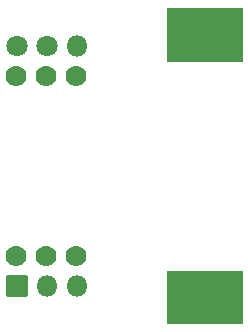
<source format=gts>
G04 #@! TF.GenerationSoftware,KiCad,Pcbnew,(6.0.0-0)*
G04 #@! TF.CreationDate,2023-05-21T13:36:32-07:00*
G04 #@! TF.ProjectId,ItsyBitsy breadboard,49747379-4269-4747-9379-206272656164,0.0.0*
G04 #@! TF.SameCoordinates,Original*
G04 #@! TF.FileFunction,Soldermask,Top*
G04 #@! TF.FilePolarity,Negative*
%FSLAX46Y46*%
G04 Gerber Fmt 4.6, Leading zero omitted, Abs format (unit mm)*
G04 Created by KiCad (PCBNEW (6.0.0-0)) date 2023-05-21 13:36:32*
%MOMM*%
%LPD*%
G01*
G04 APERTURE LIST*
G04 Aperture macros list*
%AMRoundRect*
0 Rectangle with rounded corners*
0 $1 Rounding radius*
0 $2 $3 $4 $5 $6 $7 $8 $9 X,Y pos of 4 corners*
0 Add a 4 corners polygon primitive as box body*
4,1,4,$2,$3,$4,$5,$6,$7,$8,$9,$2,$3,0*
0 Add four circle primitives for the rounded corners*
1,1,$1+$1,$2,$3*
1,1,$1+$1,$4,$5*
1,1,$1+$1,$6,$7*
1,1,$1+$1,$8,$9*
0 Add four rect primitives between the rounded corners*
20,1,$1+$1,$2,$3,$4,$5,0*
20,1,$1+$1,$4,$5,$6,$7,0*
20,1,$1+$1,$6,$7,$8,$9,0*
20,1,$1+$1,$8,$9,$2,$3,0*%
G04 Aperture macros list end*
%ADD10C,0.100000*%
%ADD11C,2.601600*%
%ADD12RoundRect,0.050800X0.850000X-0.850000X0.850000X0.850000X-0.850000X0.850000X-0.850000X-0.850000X0*%
%ADD13O,1.801600X1.801600*%
%ADD14C,1.801600*%
%ADD15C,1.778000*%
G04 APERTURE END LIST*
D10*
X124460000Y-94615000D02*
X130810000Y-94615000D01*
X130810000Y-94615000D02*
X130810000Y-99060000D01*
X130810000Y-99060000D02*
X124460000Y-99060000D01*
X124460000Y-99060000D02*
X124460000Y-94615000D01*
G36*
X124460000Y-94615000D02*
G01*
X130810000Y-94615000D01*
X130810000Y-99060000D01*
X124460000Y-99060000D01*
X124460000Y-94615000D01*
G37*
X124460000Y-116840000D02*
X130810000Y-116840000D01*
X130810000Y-116840000D02*
X130810000Y-121285000D01*
X130810000Y-121285000D02*
X124460000Y-121285000D01*
X124460000Y-121285000D02*
X124460000Y-116840000D01*
G36*
X124460000Y-116840000D02*
G01*
X130810000Y-116840000D01*
X130810000Y-121285000D01*
X124460000Y-121285000D01*
X124460000Y-116840000D01*
G37*
D11*
X127635000Y-97155000D03*
X127635000Y-97155000D03*
D12*
X111775000Y-118110000D03*
D13*
X114315000Y-118110000D03*
X116855000Y-118110000D03*
D11*
X127635000Y-118745000D03*
X127635000Y-118745000D03*
D14*
X111755000Y-97790000D03*
X114295000Y-97790000D03*
D13*
X116835000Y-97790000D03*
D15*
X111696500Y-115570000D03*
X114236500Y-115570000D03*
X116776500Y-115570000D03*
X116776500Y-100330000D03*
X114236500Y-100330000D03*
X111696500Y-100330000D03*
M02*

</source>
